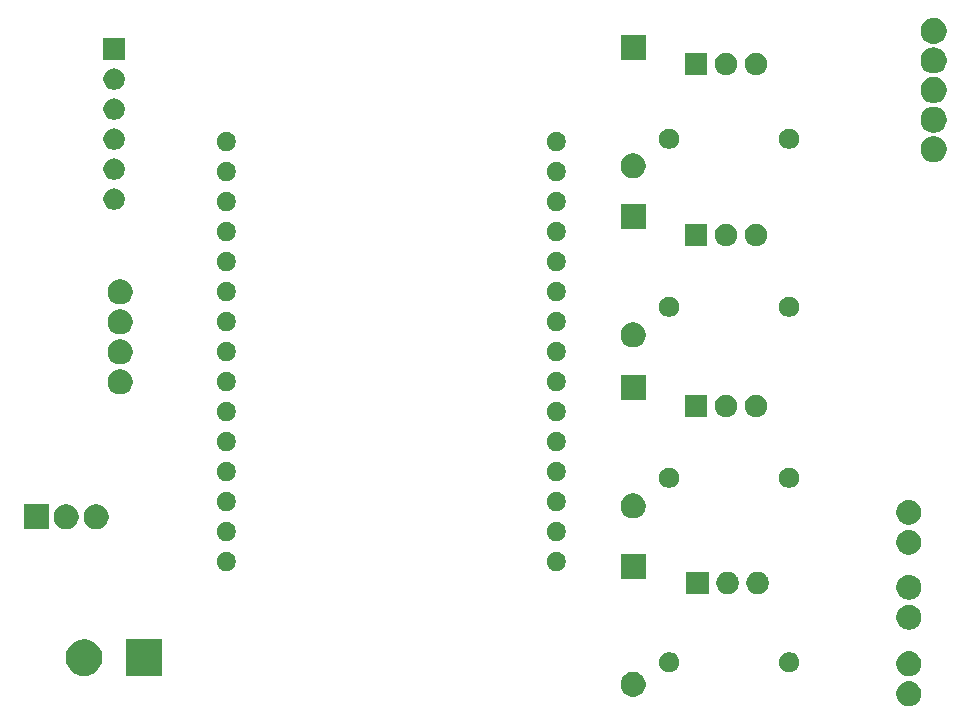
<source format=gbr>
G04 #@! TF.GenerationSoftware,KiCad,Pcbnew,(5.1.5)-3*
G04 #@! TF.CreationDate,2022-07-10T23:47:26+02:00*
G04 #@! TF.ProjectId,rgbw_12v_controller,72676277-5f31-4327-965f-636f6e74726f,rev?*
G04 #@! TF.SameCoordinates,Original*
G04 #@! TF.FileFunction,Soldermask,Bot*
G04 #@! TF.FilePolarity,Negative*
%FSLAX46Y46*%
G04 Gerber Fmt 4.6, Leading zero omitted, Abs format (unit mm)*
G04 Created by KiCad (PCBNEW (5.1.5)-3) date 2022-07-10 23:47:26*
%MOMM*%
%LPD*%
G04 APERTURE LIST*
%ADD10C,0.100000*%
G04 APERTURE END LIST*
D10*
G36*
X182575054Y-104871482D02*
G01*
X182643382Y-104885073D01*
X182739927Y-104925064D01*
X182836473Y-104965054D01*
X183010246Y-105081165D01*
X183158035Y-105228954D01*
X183274146Y-105402727D01*
X183354127Y-105595819D01*
X183394900Y-105800799D01*
X183394900Y-106009801D01*
X183354127Y-106214781D01*
X183274146Y-106407873D01*
X183158035Y-106581646D01*
X183010246Y-106729435D01*
X182836473Y-106845546D01*
X182739927Y-106885537D01*
X182643382Y-106925527D01*
X182575054Y-106939118D01*
X182438401Y-106966300D01*
X182229399Y-106966300D01*
X182092746Y-106939118D01*
X182024418Y-106925527D01*
X181927873Y-106885536D01*
X181831327Y-106845546D01*
X181657554Y-106729435D01*
X181509765Y-106581646D01*
X181393654Y-106407873D01*
X181313673Y-106214781D01*
X181272900Y-106009801D01*
X181272900Y-105800799D01*
X181313673Y-105595819D01*
X181393654Y-105402727D01*
X181509765Y-105228954D01*
X181657554Y-105081165D01*
X181831327Y-104965054D01*
X181927873Y-104925064D01*
X182024418Y-104885073D01*
X182092746Y-104871482D01*
X182229399Y-104844300D01*
X182438401Y-104844300D01*
X182575054Y-104871482D01*
G37*
G36*
X159310564Y-104112389D02*
G01*
X159496565Y-104189433D01*
X159501835Y-104191616D01*
X159580950Y-104244479D01*
X159673973Y-104306635D01*
X159820365Y-104453027D01*
X159935385Y-104625167D01*
X160014611Y-104816436D01*
X160055000Y-105019484D01*
X160055000Y-105226516D01*
X160014611Y-105429564D01*
X159945746Y-105595819D01*
X159935384Y-105620835D01*
X159820365Y-105792973D01*
X159673973Y-105939365D01*
X159501835Y-106054384D01*
X159501834Y-106054385D01*
X159501833Y-106054385D01*
X159310564Y-106133611D01*
X159107516Y-106174000D01*
X158900484Y-106174000D01*
X158697436Y-106133611D01*
X158506167Y-106054385D01*
X158506166Y-106054385D01*
X158506165Y-106054384D01*
X158334027Y-105939365D01*
X158187635Y-105792973D01*
X158072616Y-105620835D01*
X158062254Y-105595819D01*
X157993389Y-105429564D01*
X157953000Y-105226516D01*
X157953000Y-105019484D01*
X157993389Y-104816436D01*
X158072615Y-104625167D01*
X158187635Y-104453027D01*
X158334027Y-104306635D01*
X158427050Y-104244479D01*
X158506165Y-104191616D01*
X158511435Y-104189433D01*
X158697436Y-104112389D01*
X158900484Y-104072000D01*
X159107516Y-104072000D01*
X159310564Y-104112389D01*
G37*
G36*
X182575054Y-102331482D02*
G01*
X182643382Y-102345073D01*
X182739927Y-102385064D01*
X182836473Y-102425054D01*
X183010246Y-102541165D01*
X183158035Y-102688954D01*
X183274146Y-102862727D01*
X183354127Y-103055819D01*
X183394900Y-103260799D01*
X183394900Y-103469801D01*
X183354127Y-103674781D01*
X183274146Y-103867873D01*
X183158035Y-104041646D01*
X183010246Y-104189435D01*
X182836473Y-104305546D01*
X182739927Y-104345536D01*
X182643382Y-104385527D01*
X182575054Y-104399118D01*
X182438401Y-104426300D01*
X182229399Y-104426300D01*
X182092746Y-104399118D01*
X182024418Y-104385527D01*
X181927873Y-104345536D01*
X181831327Y-104305546D01*
X181657554Y-104189435D01*
X181509765Y-104041646D01*
X181393654Y-103867873D01*
X181313673Y-103674781D01*
X181272900Y-103469801D01*
X181272900Y-103260799D01*
X181313673Y-103055819D01*
X181393654Y-102862727D01*
X181509765Y-102688954D01*
X181657554Y-102541165D01*
X181831327Y-102425054D01*
X181927873Y-102385063D01*
X182024418Y-102345073D01*
X182092746Y-102331482D01*
X182229399Y-102304300D01*
X182438401Y-102304300D01*
X182575054Y-102331482D01*
G37*
G36*
X112824585Y-101348802D02*
G01*
X112974410Y-101378604D01*
X113256674Y-101495521D01*
X113510705Y-101665259D01*
X113726741Y-101881295D01*
X113896479Y-102135326D01*
X114013396Y-102417590D01*
X114029162Y-102496852D01*
X114073000Y-102717239D01*
X114073000Y-103022761D01*
X114066424Y-103055819D01*
X114013396Y-103322410D01*
X113896479Y-103604674D01*
X113726741Y-103858705D01*
X113510705Y-104074741D01*
X113256674Y-104244479D01*
X112974410Y-104361396D01*
X112853095Y-104385527D01*
X112674761Y-104421000D01*
X112369239Y-104421000D01*
X112190905Y-104385527D01*
X112069590Y-104361396D01*
X111787326Y-104244479D01*
X111533295Y-104074741D01*
X111317259Y-103858705D01*
X111147521Y-103604674D01*
X111030604Y-103322410D01*
X110977576Y-103055819D01*
X110971000Y-103022761D01*
X110971000Y-102717239D01*
X111014838Y-102496852D01*
X111030604Y-102417590D01*
X111147521Y-102135326D01*
X111317259Y-101881295D01*
X111533295Y-101665259D01*
X111787326Y-101495521D01*
X112069590Y-101378604D01*
X112219415Y-101348802D01*
X112369239Y-101319000D01*
X112674761Y-101319000D01*
X112824585Y-101348802D01*
G37*
G36*
X119153000Y-104421000D02*
G01*
X116051000Y-104421000D01*
X116051000Y-101319000D01*
X119153000Y-101319000D01*
X119153000Y-104421000D01*
G37*
G36*
X172460228Y-102432703D02*
G01*
X172615100Y-102496853D01*
X172754481Y-102589985D01*
X172873015Y-102708519D01*
X172966147Y-102847900D01*
X173030297Y-103002772D01*
X173063000Y-103167184D01*
X173063000Y-103334816D01*
X173030297Y-103499228D01*
X172966147Y-103654100D01*
X172873015Y-103793481D01*
X172754481Y-103912015D01*
X172615100Y-104005147D01*
X172460228Y-104069297D01*
X172295816Y-104102000D01*
X172128184Y-104102000D01*
X171963772Y-104069297D01*
X171808900Y-104005147D01*
X171669519Y-103912015D01*
X171550985Y-103793481D01*
X171457853Y-103654100D01*
X171393703Y-103499228D01*
X171361000Y-103334816D01*
X171361000Y-103167184D01*
X171393703Y-103002772D01*
X171457853Y-102847900D01*
X171550985Y-102708519D01*
X171669519Y-102589985D01*
X171808900Y-102496853D01*
X171963772Y-102432703D01*
X172128184Y-102400000D01*
X172295816Y-102400000D01*
X172460228Y-102432703D01*
G37*
G36*
X162300228Y-102432703D02*
G01*
X162455100Y-102496853D01*
X162594481Y-102589985D01*
X162713015Y-102708519D01*
X162806147Y-102847900D01*
X162870297Y-103002772D01*
X162903000Y-103167184D01*
X162903000Y-103334816D01*
X162870297Y-103499228D01*
X162806147Y-103654100D01*
X162713015Y-103793481D01*
X162594481Y-103912015D01*
X162455100Y-104005147D01*
X162300228Y-104069297D01*
X162135816Y-104102000D01*
X161968184Y-104102000D01*
X161803772Y-104069297D01*
X161648900Y-104005147D01*
X161509519Y-103912015D01*
X161390985Y-103793481D01*
X161297853Y-103654100D01*
X161233703Y-103499228D01*
X161201000Y-103334816D01*
X161201000Y-103167184D01*
X161233703Y-103002772D01*
X161297853Y-102847900D01*
X161390985Y-102708519D01*
X161509519Y-102589985D01*
X161648900Y-102496853D01*
X161803772Y-102432703D01*
X161968184Y-102400000D01*
X162135816Y-102400000D01*
X162300228Y-102432703D01*
G37*
G36*
X182587754Y-98407182D02*
G01*
X182656082Y-98420773D01*
X182752627Y-98460763D01*
X182849173Y-98500754D01*
X183022946Y-98616865D01*
X183170735Y-98764654D01*
X183286846Y-98938427D01*
X183366827Y-99131519D01*
X183407600Y-99336499D01*
X183407600Y-99545501D01*
X183366827Y-99750481D01*
X183286846Y-99943573D01*
X183170735Y-100117346D01*
X183022946Y-100265135D01*
X182849173Y-100381246D01*
X182752627Y-100421237D01*
X182656082Y-100461227D01*
X182587754Y-100474818D01*
X182451101Y-100502000D01*
X182242099Y-100502000D01*
X182105446Y-100474818D01*
X182037118Y-100461227D01*
X181940573Y-100421236D01*
X181844027Y-100381246D01*
X181670254Y-100265135D01*
X181522465Y-100117346D01*
X181406354Y-99943573D01*
X181326373Y-99750481D01*
X181285600Y-99545501D01*
X181285600Y-99336499D01*
X181326373Y-99131519D01*
X181406354Y-98938427D01*
X181522465Y-98764654D01*
X181670254Y-98616865D01*
X181844027Y-98500754D01*
X181940573Y-98460763D01*
X182037118Y-98420773D01*
X182105446Y-98407182D01*
X182242099Y-98380000D01*
X182451101Y-98380000D01*
X182587754Y-98407182D01*
G37*
G36*
X182587754Y-95867182D02*
G01*
X182656082Y-95880773D01*
X182735755Y-95913775D01*
X182849173Y-95960754D01*
X183022946Y-96076865D01*
X183170735Y-96224654D01*
X183286846Y-96398427D01*
X183366827Y-96591519D01*
X183407600Y-96796499D01*
X183407600Y-97005501D01*
X183366827Y-97210481D01*
X183286846Y-97403573D01*
X183170735Y-97577346D01*
X183022946Y-97725135D01*
X182849173Y-97841246D01*
X182752627Y-97881236D01*
X182656082Y-97921227D01*
X182587754Y-97934818D01*
X182451101Y-97962000D01*
X182242099Y-97962000D01*
X182105446Y-97934818D01*
X182037118Y-97921227D01*
X181940573Y-97881236D01*
X181844027Y-97841246D01*
X181670254Y-97725135D01*
X181522465Y-97577346D01*
X181406354Y-97403573D01*
X181326373Y-97210481D01*
X181285600Y-97005501D01*
X181285600Y-96796499D01*
X181326373Y-96591519D01*
X181406354Y-96398427D01*
X181522465Y-96224654D01*
X181670254Y-96076865D01*
X181844027Y-95960754D01*
X181957445Y-95913775D01*
X182037118Y-95880773D01*
X182105446Y-95867182D01*
X182242099Y-95840000D01*
X182451101Y-95840000D01*
X182587754Y-95867182D01*
G37*
G36*
X165416000Y-97471000D02*
G01*
X163514000Y-97471000D01*
X163514000Y-95569000D01*
X165416000Y-95569000D01*
X165416000Y-97471000D01*
G37*
G36*
X169822395Y-95605546D02*
G01*
X169995466Y-95677234D01*
X169995467Y-95677235D01*
X170151227Y-95781310D01*
X170283690Y-95913773D01*
X170336081Y-95992182D01*
X170387766Y-96069534D01*
X170459454Y-96242605D01*
X170496000Y-96426333D01*
X170496000Y-96613667D01*
X170459454Y-96797395D01*
X170387766Y-96970466D01*
X170364356Y-97005501D01*
X170283690Y-97126227D01*
X170151227Y-97258690D01*
X170072818Y-97311081D01*
X169995466Y-97362766D01*
X169822395Y-97434454D01*
X169638667Y-97471000D01*
X169451333Y-97471000D01*
X169267605Y-97434454D01*
X169094534Y-97362766D01*
X169017182Y-97311081D01*
X168938773Y-97258690D01*
X168806310Y-97126227D01*
X168725644Y-97005501D01*
X168702234Y-96970466D01*
X168630546Y-96797395D01*
X168594000Y-96613667D01*
X168594000Y-96426333D01*
X168630546Y-96242605D01*
X168702234Y-96069534D01*
X168753919Y-95992182D01*
X168806310Y-95913773D01*
X168938773Y-95781310D01*
X169094533Y-95677235D01*
X169094534Y-95677234D01*
X169267605Y-95605546D01*
X169451333Y-95569000D01*
X169638667Y-95569000D01*
X169822395Y-95605546D01*
G37*
G36*
X167282395Y-95605546D02*
G01*
X167455466Y-95677234D01*
X167455467Y-95677235D01*
X167611227Y-95781310D01*
X167743690Y-95913773D01*
X167796081Y-95992182D01*
X167847766Y-96069534D01*
X167919454Y-96242605D01*
X167956000Y-96426333D01*
X167956000Y-96613667D01*
X167919454Y-96797395D01*
X167847766Y-96970466D01*
X167824356Y-97005501D01*
X167743690Y-97126227D01*
X167611227Y-97258690D01*
X167532818Y-97311081D01*
X167455466Y-97362766D01*
X167282395Y-97434454D01*
X167098667Y-97471000D01*
X166911333Y-97471000D01*
X166727605Y-97434454D01*
X166554534Y-97362766D01*
X166477182Y-97311081D01*
X166398773Y-97258690D01*
X166266310Y-97126227D01*
X166185644Y-97005501D01*
X166162234Y-96970466D01*
X166090546Y-96797395D01*
X166054000Y-96613667D01*
X166054000Y-96426333D01*
X166090546Y-96242605D01*
X166162234Y-96069534D01*
X166213919Y-95992182D01*
X166266310Y-95913773D01*
X166398773Y-95781310D01*
X166554533Y-95677235D01*
X166554534Y-95677234D01*
X166727605Y-95605546D01*
X166911333Y-95569000D01*
X167098667Y-95569000D01*
X167282395Y-95605546D01*
G37*
G36*
X160055000Y-96174000D02*
G01*
X157953000Y-96174000D01*
X157953000Y-94072000D01*
X160055000Y-94072000D01*
X160055000Y-96174000D01*
G37*
G36*
X124782143Y-93928243D02*
G01*
X124930102Y-93989530D01*
X125063256Y-94078500D01*
X125176502Y-94191746D01*
X125265472Y-94324900D01*
X125326759Y-94472859D01*
X125358001Y-94629926D01*
X125358001Y-94790076D01*
X125326759Y-94947143D01*
X125265472Y-95095102D01*
X125176502Y-95228256D01*
X125063256Y-95341502D01*
X124930102Y-95430472D01*
X124782143Y-95491759D01*
X124625076Y-95523001D01*
X124464926Y-95523001D01*
X124307859Y-95491759D01*
X124159900Y-95430472D01*
X124026746Y-95341502D01*
X123913500Y-95228256D01*
X123824530Y-95095102D01*
X123763243Y-94947143D01*
X123732001Y-94790076D01*
X123732001Y-94629926D01*
X123763243Y-94472859D01*
X123824530Y-94324900D01*
X123913500Y-94191746D01*
X124026746Y-94078500D01*
X124159900Y-93989530D01*
X124307859Y-93928243D01*
X124464926Y-93897001D01*
X124625076Y-93897001D01*
X124782143Y-93928243D01*
G37*
G36*
X152722143Y-93928243D02*
G01*
X152870102Y-93989530D01*
X153003256Y-94078500D01*
X153116502Y-94191746D01*
X153205472Y-94324900D01*
X153266759Y-94472859D01*
X153298001Y-94629926D01*
X153298001Y-94790076D01*
X153266759Y-94947143D01*
X153205472Y-95095102D01*
X153116502Y-95228256D01*
X153003256Y-95341502D01*
X152870102Y-95430472D01*
X152722143Y-95491759D01*
X152565076Y-95523001D01*
X152404926Y-95523001D01*
X152247859Y-95491759D01*
X152099900Y-95430472D01*
X151966746Y-95341502D01*
X151853500Y-95228256D01*
X151764530Y-95095102D01*
X151703243Y-94947143D01*
X151672001Y-94790076D01*
X151672001Y-94629926D01*
X151703243Y-94472859D01*
X151764530Y-94324900D01*
X151853500Y-94191746D01*
X151966746Y-94078500D01*
X152099900Y-93989530D01*
X152247859Y-93928243D01*
X152404926Y-93897001D01*
X152565076Y-93897001D01*
X152722143Y-93928243D01*
G37*
G36*
X182575054Y-92057182D02*
G01*
X182643382Y-92070773D01*
X182739927Y-92110764D01*
X182836473Y-92150754D01*
X183010246Y-92266865D01*
X183158035Y-92414654D01*
X183274146Y-92588427D01*
X183274146Y-92588428D01*
X183354127Y-92781518D01*
X183358102Y-92801502D01*
X183394900Y-92986499D01*
X183394900Y-93195501D01*
X183354127Y-93400481D01*
X183274146Y-93593573D01*
X183158035Y-93767346D01*
X183010246Y-93915135D01*
X182836473Y-94031246D01*
X182739927Y-94071237D01*
X182643382Y-94111227D01*
X182575054Y-94124818D01*
X182438401Y-94152000D01*
X182229399Y-94152000D01*
X182092746Y-94124818D01*
X182024418Y-94111227D01*
X181927873Y-94071237D01*
X181831327Y-94031246D01*
X181657554Y-93915135D01*
X181509765Y-93767346D01*
X181393654Y-93593573D01*
X181313673Y-93400481D01*
X181272900Y-93195501D01*
X181272900Y-92986499D01*
X181309698Y-92801502D01*
X181313673Y-92781518D01*
X181393654Y-92588428D01*
X181393654Y-92588427D01*
X181509765Y-92414654D01*
X181657554Y-92266865D01*
X181831327Y-92150754D01*
X181927873Y-92110764D01*
X182024418Y-92070773D01*
X182092746Y-92057182D01*
X182229399Y-92030000D01*
X182438401Y-92030000D01*
X182575054Y-92057182D01*
G37*
G36*
X124782143Y-91388243D02*
G01*
X124930102Y-91449530D01*
X125063256Y-91538500D01*
X125176502Y-91651746D01*
X125265472Y-91784900D01*
X125326759Y-91932859D01*
X125358001Y-92089926D01*
X125358001Y-92250076D01*
X125326759Y-92407143D01*
X125265472Y-92555102D01*
X125176502Y-92688256D01*
X125063256Y-92801502D01*
X124930102Y-92890472D01*
X124782143Y-92951759D01*
X124625076Y-92983001D01*
X124464926Y-92983001D01*
X124307859Y-92951759D01*
X124159900Y-92890472D01*
X124026746Y-92801502D01*
X123913500Y-92688256D01*
X123824530Y-92555102D01*
X123763243Y-92407143D01*
X123732001Y-92250076D01*
X123732001Y-92089926D01*
X123763243Y-91932859D01*
X123824530Y-91784900D01*
X123913500Y-91651746D01*
X124026746Y-91538500D01*
X124159900Y-91449530D01*
X124307859Y-91388243D01*
X124464926Y-91357001D01*
X124625076Y-91357001D01*
X124782143Y-91388243D01*
G37*
G36*
X152722143Y-91388243D02*
G01*
X152870102Y-91449530D01*
X153003256Y-91538500D01*
X153116502Y-91651746D01*
X153205472Y-91784900D01*
X153266759Y-91932859D01*
X153298001Y-92089926D01*
X153298001Y-92250076D01*
X153266759Y-92407143D01*
X153205472Y-92555102D01*
X153116502Y-92688256D01*
X153003256Y-92801502D01*
X152870102Y-92890472D01*
X152722143Y-92951759D01*
X152565076Y-92983001D01*
X152404926Y-92983001D01*
X152247859Y-92951759D01*
X152099900Y-92890472D01*
X151966746Y-92801502D01*
X151853500Y-92688256D01*
X151764530Y-92555102D01*
X151703243Y-92407143D01*
X151672001Y-92250076D01*
X151672001Y-92089926D01*
X151703243Y-91932859D01*
X151764530Y-91784900D01*
X151853500Y-91651746D01*
X151966746Y-91538500D01*
X152099900Y-91449530D01*
X152247859Y-91388243D01*
X152404926Y-91357001D01*
X152565076Y-91357001D01*
X152722143Y-91388243D01*
G37*
G36*
X109509000Y-91983000D02*
G01*
X107407000Y-91983000D01*
X107407000Y-89881000D01*
X109509000Y-89881000D01*
X109509000Y-91983000D01*
G37*
G36*
X111304564Y-89921389D02*
G01*
X111495833Y-90000615D01*
X111495835Y-90000616D01*
X111667973Y-90115635D01*
X111814365Y-90262027D01*
X111914413Y-90411759D01*
X111929385Y-90434167D01*
X112008611Y-90625436D01*
X112049000Y-90828484D01*
X112049000Y-91035516D01*
X112008611Y-91238564D01*
X111929385Y-91429833D01*
X111929384Y-91429835D01*
X111814365Y-91601973D01*
X111667973Y-91748365D01*
X111495835Y-91863384D01*
X111495834Y-91863385D01*
X111495833Y-91863385D01*
X111304564Y-91942611D01*
X111101516Y-91983000D01*
X110894484Y-91983000D01*
X110691436Y-91942611D01*
X110500167Y-91863385D01*
X110500166Y-91863385D01*
X110500165Y-91863384D01*
X110328027Y-91748365D01*
X110181635Y-91601973D01*
X110066616Y-91429835D01*
X110066615Y-91429833D01*
X109987389Y-91238564D01*
X109947000Y-91035516D01*
X109947000Y-90828484D01*
X109987389Y-90625436D01*
X110066615Y-90434167D01*
X110081588Y-90411759D01*
X110181635Y-90262027D01*
X110328027Y-90115635D01*
X110500165Y-90000616D01*
X110500167Y-90000615D01*
X110691436Y-89921389D01*
X110894484Y-89881000D01*
X111101516Y-89881000D01*
X111304564Y-89921389D01*
G37*
G36*
X113844564Y-89921389D02*
G01*
X114035833Y-90000615D01*
X114035835Y-90000616D01*
X114207973Y-90115635D01*
X114354365Y-90262027D01*
X114454413Y-90411759D01*
X114469385Y-90434167D01*
X114548611Y-90625436D01*
X114589000Y-90828484D01*
X114589000Y-91035516D01*
X114548611Y-91238564D01*
X114469385Y-91429833D01*
X114469384Y-91429835D01*
X114354365Y-91601973D01*
X114207973Y-91748365D01*
X114035835Y-91863384D01*
X114035834Y-91863385D01*
X114035833Y-91863385D01*
X113844564Y-91942611D01*
X113641516Y-91983000D01*
X113434484Y-91983000D01*
X113231436Y-91942611D01*
X113040167Y-91863385D01*
X113040166Y-91863385D01*
X113040165Y-91863384D01*
X112868027Y-91748365D01*
X112721635Y-91601973D01*
X112606616Y-91429835D01*
X112606615Y-91429833D01*
X112527389Y-91238564D01*
X112487000Y-91035516D01*
X112487000Y-90828484D01*
X112527389Y-90625436D01*
X112606615Y-90434167D01*
X112621588Y-90411759D01*
X112721635Y-90262027D01*
X112868027Y-90115635D01*
X113040165Y-90000616D01*
X113040167Y-90000615D01*
X113231436Y-89921389D01*
X113434484Y-89881000D01*
X113641516Y-89881000D01*
X113844564Y-89921389D01*
G37*
G36*
X182549832Y-89512165D02*
G01*
X182643382Y-89530773D01*
X182739927Y-89570764D01*
X182836473Y-89610754D01*
X183010246Y-89726865D01*
X183158035Y-89874654D01*
X183274146Y-90048427D01*
X183274146Y-90048428D01*
X183354127Y-90241518D01*
X183358102Y-90261502D01*
X183394900Y-90446499D01*
X183394900Y-90655501D01*
X183354127Y-90860481D01*
X183274146Y-91053573D01*
X183158035Y-91227346D01*
X183010246Y-91375135D01*
X182836473Y-91491246D01*
X182739927Y-91531236D01*
X182643382Y-91571227D01*
X182575054Y-91584818D01*
X182438401Y-91612000D01*
X182229399Y-91612000D01*
X182092746Y-91584818D01*
X182024418Y-91571227D01*
X181927873Y-91531236D01*
X181831327Y-91491246D01*
X181657554Y-91375135D01*
X181509765Y-91227346D01*
X181393654Y-91053573D01*
X181313673Y-90860481D01*
X181272900Y-90655501D01*
X181272900Y-90446499D01*
X181309698Y-90261502D01*
X181313673Y-90241518D01*
X181393654Y-90048428D01*
X181393654Y-90048427D01*
X181509765Y-89874654D01*
X181657554Y-89726865D01*
X181831327Y-89610754D01*
X181927873Y-89570764D01*
X182024418Y-89530773D01*
X182117968Y-89512165D01*
X182229399Y-89490000D01*
X182438401Y-89490000D01*
X182549832Y-89512165D01*
G37*
G36*
X159310564Y-88999389D02*
G01*
X159501833Y-89078615D01*
X159501835Y-89078616D01*
X159673973Y-89193635D01*
X159820365Y-89340027D01*
X159855666Y-89392858D01*
X159935385Y-89512167D01*
X160014611Y-89703436D01*
X160055000Y-89906484D01*
X160055000Y-90113516D01*
X160014611Y-90316564D01*
X159975180Y-90411758D01*
X159935384Y-90507835D01*
X159820365Y-90679973D01*
X159673973Y-90826365D01*
X159501835Y-90941384D01*
X159501834Y-90941385D01*
X159501833Y-90941385D01*
X159310564Y-91020611D01*
X159107516Y-91061000D01*
X158900484Y-91061000D01*
X158697436Y-91020611D01*
X158506167Y-90941385D01*
X158506166Y-90941385D01*
X158506165Y-90941384D01*
X158334027Y-90826365D01*
X158187635Y-90679973D01*
X158072616Y-90507835D01*
X158032820Y-90411758D01*
X157993389Y-90316564D01*
X157953000Y-90113516D01*
X157953000Y-89906484D01*
X157993389Y-89703436D01*
X158072615Y-89512167D01*
X158152335Y-89392858D01*
X158187635Y-89340027D01*
X158334027Y-89193635D01*
X158506165Y-89078616D01*
X158506167Y-89078615D01*
X158697436Y-88999389D01*
X158900484Y-88959000D01*
X159107516Y-88959000D01*
X159310564Y-88999389D01*
G37*
G36*
X124782143Y-88848243D02*
G01*
X124930102Y-88909530D01*
X125063256Y-88998500D01*
X125176502Y-89111746D01*
X125265472Y-89244900D01*
X125326759Y-89392859D01*
X125358001Y-89549926D01*
X125358001Y-89710076D01*
X125326759Y-89867143D01*
X125265472Y-90015102D01*
X125176502Y-90148256D01*
X125063256Y-90261502D01*
X124930102Y-90350472D01*
X124782143Y-90411759D01*
X124625076Y-90443001D01*
X124464926Y-90443001D01*
X124307859Y-90411759D01*
X124159900Y-90350472D01*
X124026746Y-90261502D01*
X123913500Y-90148256D01*
X123824530Y-90015102D01*
X123763243Y-89867143D01*
X123732001Y-89710076D01*
X123732001Y-89549926D01*
X123763243Y-89392859D01*
X123824530Y-89244900D01*
X123913500Y-89111746D01*
X124026746Y-88998500D01*
X124159900Y-88909530D01*
X124307859Y-88848243D01*
X124464926Y-88817001D01*
X124625076Y-88817001D01*
X124782143Y-88848243D01*
G37*
G36*
X152722143Y-88848243D02*
G01*
X152870102Y-88909530D01*
X153003256Y-88998500D01*
X153116502Y-89111746D01*
X153205472Y-89244900D01*
X153266759Y-89392859D01*
X153298001Y-89549926D01*
X153298001Y-89710076D01*
X153266759Y-89867143D01*
X153205472Y-90015102D01*
X153116502Y-90148256D01*
X153003256Y-90261502D01*
X152870102Y-90350472D01*
X152722143Y-90411759D01*
X152565076Y-90443001D01*
X152404926Y-90443001D01*
X152247859Y-90411759D01*
X152099900Y-90350472D01*
X151966746Y-90261502D01*
X151853500Y-90148256D01*
X151764530Y-90015102D01*
X151703243Y-89867143D01*
X151672001Y-89710076D01*
X151672001Y-89549926D01*
X151703243Y-89392859D01*
X151764530Y-89244900D01*
X151853500Y-89111746D01*
X151966746Y-88998500D01*
X152099900Y-88909530D01*
X152247859Y-88848243D01*
X152404926Y-88817001D01*
X152565076Y-88817001D01*
X152722143Y-88848243D01*
G37*
G36*
X172460228Y-86811703D02*
G01*
X172615100Y-86875853D01*
X172754481Y-86968985D01*
X172873015Y-87087519D01*
X172966147Y-87226900D01*
X173030297Y-87381772D01*
X173063000Y-87546184D01*
X173063000Y-87713816D01*
X173030297Y-87878228D01*
X172966147Y-88033100D01*
X172873015Y-88172481D01*
X172754481Y-88291015D01*
X172615100Y-88384147D01*
X172460228Y-88448297D01*
X172295816Y-88481000D01*
X172128184Y-88481000D01*
X171963772Y-88448297D01*
X171808900Y-88384147D01*
X171669519Y-88291015D01*
X171550985Y-88172481D01*
X171457853Y-88033100D01*
X171393703Y-87878228D01*
X171361000Y-87713816D01*
X171361000Y-87546184D01*
X171393703Y-87381772D01*
X171457853Y-87226900D01*
X171550985Y-87087519D01*
X171669519Y-86968985D01*
X171808900Y-86875853D01*
X171963772Y-86811703D01*
X172128184Y-86779000D01*
X172295816Y-86779000D01*
X172460228Y-86811703D01*
G37*
G36*
X162300228Y-86811703D02*
G01*
X162455100Y-86875853D01*
X162594481Y-86968985D01*
X162713015Y-87087519D01*
X162806147Y-87226900D01*
X162870297Y-87381772D01*
X162903000Y-87546184D01*
X162903000Y-87713816D01*
X162870297Y-87878228D01*
X162806147Y-88033100D01*
X162713015Y-88172481D01*
X162594481Y-88291015D01*
X162455100Y-88384147D01*
X162300228Y-88448297D01*
X162135816Y-88481000D01*
X161968184Y-88481000D01*
X161803772Y-88448297D01*
X161648900Y-88384147D01*
X161509519Y-88291015D01*
X161390985Y-88172481D01*
X161297853Y-88033100D01*
X161233703Y-87878228D01*
X161201000Y-87713816D01*
X161201000Y-87546184D01*
X161233703Y-87381772D01*
X161297853Y-87226900D01*
X161390985Y-87087519D01*
X161509519Y-86968985D01*
X161648900Y-86875853D01*
X161803772Y-86811703D01*
X161968184Y-86779000D01*
X162135816Y-86779000D01*
X162300228Y-86811703D01*
G37*
G36*
X152722143Y-86308243D02*
G01*
X152870102Y-86369530D01*
X153003256Y-86458500D01*
X153116502Y-86571746D01*
X153205472Y-86704900D01*
X153266759Y-86852859D01*
X153298001Y-87009926D01*
X153298001Y-87170076D01*
X153266759Y-87327143D01*
X153205472Y-87475102D01*
X153116502Y-87608256D01*
X153003256Y-87721502D01*
X152870102Y-87810472D01*
X152722143Y-87871759D01*
X152565076Y-87903001D01*
X152404926Y-87903001D01*
X152247859Y-87871759D01*
X152099900Y-87810472D01*
X151966746Y-87721502D01*
X151853500Y-87608256D01*
X151764530Y-87475102D01*
X151703243Y-87327143D01*
X151672001Y-87170076D01*
X151672001Y-87009926D01*
X151703243Y-86852859D01*
X151764530Y-86704900D01*
X151853500Y-86571746D01*
X151966746Y-86458500D01*
X152099900Y-86369530D01*
X152247859Y-86308243D01*
X152404926Y-86277001D01*
X152565076Y-86277001D01*
X152722143Y-86308243D01*
G37*
G36*
X124782143Y-86308243D02*
G01*
X124930102Y-86369530D01*
X125063256Y-86458500D01*
X125176502Y-86571746D01*
X125265472Y-86704900D01*
X125326759Y-86852859D01*
X125358001Y-87009926D01*
X125358001Y-87170076D01*
X125326759Y-87327143D01*
X125265472Y-87475102D01*
X125176502Y-87608256D01*
X125063256Y-87721502D01*
X124930102Y-87810472D01*
X124782143Y-87871759D01*
X124625076Y-87903001D01*
X124464926Y-87903001D01*
X124307859Y-87871759D01*
X124159900Y-87810472D01*
X124026746Y-87721502D01*
X123913500Y-87608256D01*
X123824530Y-87475102D01*
X123763243Y-87327143D01*
X123732001Y-87170076D01*
X123732001Y-87009926D01*
X123763243Y-86852859D01*
X123824530Y-86704900D01*
X123913500Y-86571746D01*
X124026746Y-86458500D01*
X124159900Y-86369530D01*
X124307859Y-86308243D01*
X124464926Y-86277001D01*
X124625076Y-86277001D01*
X124782143Y-86308243D01*
G37*
G36*
X124782143Y-83768243D02*
G01*
X124930102Y-83829530D01*
X125063256Y-83918500D01*
X125176502Y-84031746D01*
X125265472Y-84164900D01*
X125326759Y-84312859D01*
X125358001Y-84469926D01*
X125358001Y-84630076D01*
X125326759Y-84787143D01*
X125265472Y-84935102D01*
X125176502Y-85068256D01*
X125063256Y-85181502D01*
X124930102Y-85270472D01*
X124782143Y-85331759D01*
X124625076Y-85363001D01*
X124464926Y-85363001D01*
X124307859Y-85331759D01*
X124159900Y-85270472D01*
X124026746Y-85181502D01*
X123913500Y-85068256D01*
X123824530Y-84935102D01*
X123763243Y-84787143D01*
X123732001Y-84630076D01*
X123732001Y-84469926D01*
X123763243Y-84312859D01*
X123824530Y-84164900D01*
X123913500Y-84031746D01*
X124026746Y-83918500D01*
X124159900Y-83829530D01*
X124307859Y-83768243D01*
X124464926Y-83737001D01*
X124625076Y-83737001D01*
X124782143Y-83768243D01*
G37*
G36*
X152722143Y-83768243D02*
G01*
X152870102Y-83829530D01*
X153003256Y-83918500D01*
X153116502Y-84031746D01*
X153205472Y-84164900D01*
X153266759Y-84312859D01*
X153298001Y-84469926D01*
X153298001Y-84630076D01*
X153266759Y-84787143D01*
X153205472Y-84935102D01*
X153116502Y-85068256D01*
X153003256Y-85181502D01*
X152870102Y-85270472D01*
X152722143Y-85331759D01*
X152565076Y-85363001D01*
X152404926Y-85363001D01*
X152247859Y-85331759D01*
X152099900Y-85270472D01*
X151966746Y-85181502D01*
X151853500Y-85068256D01*
X151764530Y-84935102D01*
X151703243Y-84787143D01*
X151672001Y-84630076D01*
X151672001Y-84469926D01*
X151703243Y-84312859D01*
X151764530Y-84164900D01*
X151853500Y-84031746D01*
X151966746Y-83918500D01*
X152099900Y-83829530D01*
X152247859Y-83768243D01*
X152404926Y-83737001D01*
X152565076Y-83737001D01*
X152722143Y-83768243D01*
G37*
G36*
X124782143Y-81228243D02*
G01*
X124930102Y-81289530D01*
X125063256Y-81378500D01*
X125176502Y-81491746D01*
X125265472Y-81624900D01*
X125326759Y-81772859D01*
X125358001Y-81929926D01*
X125358001Y-82090076D01*
X125326759Y-82247143D01*
X125265472Y-82395102D01*
X125176502Y-82528256D01*
X125063256Y-82641502D01*
X124930102Y-82730472D01*
X124782143Y-82791759D01*
X124625076Y-82823001D01*
X124464926Y-82823001D01*
X124307859Y-82791759D01*
X124159900Y-82730472D01*
X124026746Y-82641502D01*
X123913500Y-82528256D01*
X123824530Y-82395102D01*
X123763243Y-82247143D01*
X123732001Y-82090076D01*
X123732001Y-81929926D01*
X123763243Y-81772859D01*
X123824530Y-81624900D01*
X123913500Y-81491746D01*
X124026746Y-81378500D01*
X124159900Y-81289530D01*
X124307859Y-81228243D01*
X124464926Y-81197001D01*
X124625076Y-81197001D01*
X124782143Y-81228243D01*
G37*
G36*
X152722143Y-81228243D02*
G01*
X152870102Y-81289530D01*
X153003256Y-81378500D01*
X153116502Y-81491746D01*
X153205472Y-81624900D01*
X153266759Y-81772859D01*
X153298001Y-81929926D01*
X153298001Y-82090076D01*
X153266759Y-82247143D01*
X153205472Y-82395102D01*
X153116502Y-82528256D01*
X153003256Y-82641502D01*
X152870102Y-82730472D01*
X152722143Y-82791759D01*
X152565076Y-82823001D01*
X152404926Y-82823001D01*
X152247859Y-82791759D01*
X152099900Y-82730472D01*
X151966746Y-82641502D01*
X151853500Y-82528256D01*
X151764530Y-82395102D01*
X151703243Y-82247143D01*
X151672001Y-82090076D01*
X151672001Y-81929926D01*
X151703243Y-81772859D01*
X151764530Y-81624900D01*
X151853500Y-81491746D01*
X151966746Y-81378500D01*
X152099900Y-81289530D01*
X152247859Y-81228243D01*
X152404926Y-81197001D01*
X152565076Y-81197001D01*
X152722143Y-81228243D01*
G37*
G36*
X169695395Y-80619546D02*
G01*
X169868466Y-80691234D01*
X169868467Y-80691235D01*
X170024227Y-80795310D01*
X170156690Y-80927773D01*
X170156691Y-80927775D01*
X170260766Y-81083534D01*
X170332454Y-81256605D01*
X170369000Y-81440333D01*
X170369000Y-81627667D01*
X170332454Y-81811395D01*
X170260766Y-81984466D01*
X170260765Y-81984467D01*
X170156690Y-82140227D01*
X170024227Y-82272690D01*
X169945818Y-82325081D01*
X169868466Y-82376766D01*
X169695395Y-82448454D01*
X169511667Y-82485000D01*
X169324333Y-82485000D01*
X169140605Y-82448454D01*
X168967534Y-82376766D01*
X168890182Y-82325081D01*
X168811773Y-82272690D01*
X168679310Y-82140227D01*
X168575235Y-81984467D01*
X168575234Y-81984466D01*
X168503546Y-81811395D01*
X168467000Y-81627667D01*
X168467000Y-81440333D01*
X168503546Y-81256605D01*
X168575234Y-81083534D01*
X168679309Y-80927775D01*
X168679310Y-80927773D01*
X168811773Y-80795310D01*
X168967533Y-80691235D01*
X168967534Y-80691234D01*
X169140605Y-80619546D01*
X169324333Y-80583000D01*
X169511667Y-80583000D01*
X169695395Y-80619546D01*
G37*
G36*
X167155395Y-80619546D02*
G01*
X167328466Y-80691234D01*
X167328467Y-80691235D01*
X167484227Y-80795310D01*
X167616690Y-80927773D01*
X167616691Y-80927775D01*
X167720766Y-81083534D01*
X167792454Y-81256605D01*
X167829000Y-81440333D01*
X167829000Y-81627667D01*
X167792454Y-81811395D01*
X167720766Y-81984466D01*
X167720765Y-81984467D01*
X167616690Y-82140227D01*
X167484227Y-82272690D01*
X167405818Y-82325081D01*
X167328466Y-82376766D01*
X167155395Y-82448454D01*
X166971667Y-82485000D01*
X166784333Y-82485000D01*
X166600605Y-82448454D01*
X166427534Y-82376766D01*
X166350182Y-82325081D01*
X166271773Y-82272690D01*
X166139310Y-82140227D01*
X166035235Y-81984467D01*
X166035234Y-81984466D01*
X165963546Y-81811395D01*
X165927000Y-81627667D01*
X165927000Y-81440333D01*
X165963546Y-81256605D01*
X166035234Y-81083534D01*
X166139309Y-80927775D01*
X166139310Y-80927773D01*
X166271773Y-80795310D01*
X166427533Y-80691235D01*
X166427534Y-80691234D01*
X166600605Y-80619546D01*
X166784333Y-80583000D01*
X166971667Y-80583000D01*
X167155395Y-80619546D01*
G37*
G36*
X165289000Y-82485000D02*
G01*
X163387000Y-82485000D01*
X163387000Y-80583000D01*
X165289000Y-80583000D01*
X165289000Y-82485000D01*
G37*
G36*
X160055000Y-81061000D02*
G01*
X157953000Y-81061000D01*
X157953000Y-78959000D01*
X160055000Y-78959000D01*
X160055000Y-81061000D01*
G37*
G36*
X115811154Y-78468182D02*
G01*
X115879482Y-78481773D01*
X115976027Y-78521763D01*
X116072573Y-78561754D01*
X116246346Y-78677865D01*
X116394135Y-78825654D01*
X116510246Y-78999427D01*
X116590227Y-79192519D01*
X116631000Y-79397499D01*
X116631000Y-79606501D01*
X116590227Y-79811481D01*
X116510246Y-80004573D01*
X116394135Y-80178346D01*
X116246346Y-80326135D01*
X116072573Y-80442246D01*
X115976027Y-80482236D01*
X115879482Y-80522227D01*
X115811154Y-80535818D01*
X115674501Y-80563000D01*
X115465499Y-80563000D01*
X115328846Y-80535818D01*
X115260518Y-80522227D01*
X115163973Y-80482236D01*
X115067427Y-80442246D01*
X114893654Y-80326135D01*
X114745865Y-80178346D01*
X114629754Y-80004573D01*
X114549773Y-79811481D01*
X114509000Y-79606501D01*
X114509000Y-79397499D01*
X114549773Y-79192519D01*
X114629754Y-78999427D01*
X114745865Y-78825654D01*
X114893654Y-78677865D01*
X115067427Y-78561754D01*
X115163973Y-78521763D01*
X115260518Y-78481773D01*
X115328846Y-78468182D01*
X115465499Y-78441000D01*
X115674501Y-78441000D01*
X115811154Y-78468182D01*
G37*
G36*
X124782143Y-78688243D02*
G01*
X124930102Y-78749530D01*
X125063256Y-78838500D01*
X125176502Y-78951746D01*
X125265472Y-79084900D01*
X125326759Y-79232859D01*
X125358001Y-79389926D01*
X125358001Y-79550076D01*
X125326759Y-79707143D01*
X125265472Y-79855102D01*
X125176502Y-79988256D01*
X125063256Y-80101502D01*
X124930102Y-80190472D01*
X124782143Y-80251759D01*
X124625076Y-80283001D01*
X124464926Y-80283001D01*
X124307859Y-80251759D01*
X124159900Y-80190472D01*
X124026746Y-80101502D01*
X123913500Y-79988256D01*
X123824530Y-79855102D01*
X123763243Y-79707143D01*
X123732001Y-79550076D01*
X123732001Y-79389926D01*
X123763243Y-79232859D01*
X123824530Y-79084900D01*
X123913500Y-78951746D01*
X124026746Y-78838500D01*
X124159900Y-78749530D01*
X124307859Y-78688243D01*
X124464926Y-78657001D01*
X124625076Y-78657001D01*
X124782143Y-78688243D01*
G37*
G36*
X152722143Y-78688243D02*
G01*
X152870102Y-78749530D01*
X153003256Y-78838500D01*
X153116502Y-78951746D01*
X153205472Y-79084900D01*
X153266759Y-79232859D01*
X153298001Y-79389926D01*
X153298001Y-79550076D01*
X153266759Y-79707143D01*
X153205472Y-79855102D01*
X153116502Y-79988256D01*
X153003256Y-80101502D01*
X152870102Y-80190472D01*
X152722143Y-80251759D01*
X152565076Y-80283001D01*
X152404926Y-80283001D01*
X152247859Y-80251759D01*
X152099900Y-80190472D01*
X151966746Y-80101502D01*
X151853500Y-79988256D01*
X151764530Y-79855102D01*
X151703243Y-79707143D01*
X151672001Y-79550076D01*
X151672001Y-79389926D01*
X151703243Y-79232859D01*
X151764530Y-79084900D01*
X151853500Y-78951746D01*
X151966746Y-78838500D01*
X152099900Y-78749530D01*
X152247859Y-78688243D01*
X152404926Y-78657001D01*
X152565076Y-78657001D01*
X152722143Y-78688243D01*
G37*
G36*
X115811154Y-75928182D02*
G01*
X115879482Y-75941773D01*
X115976027Y-75981764D01*
X116072573Y-76021754D01*
X116246346Y-76137865D01*
X116394135Y-76285654D01*
X116510246Y-76459427D01*
X116510246Y-76459428D01*
X116561432Y-76583000D01*
X116590227Y-76652519D01*
X116631000Y-76857499D01*
X116631000Y-77066501D01*
X116590227Y-77271481D01*
X116510246Y-77464573D01*
X116394135Y-77638346D01*
X116246346Y-77786135D01*
X116072573Y-77902246D01*
X115976027Y-77942236D01*
X115879482Y-77982227D01*
X115811154Y-77995818D01*
X115674501Y-78023000D01*
X115465499Y-78023000D01*
X115328846Y-77995818D01*
X115260518Y-77982227D01*
X115163973Y-77942236D01*
X115067427Y-77902246D01*
X114893654Y-77786135D01*
X114745865Y-77638346D01*
X114629754Y-77464573D01*
X114549773Y-77271481D01*
X114509000Y-77066501D01*
X114509000Y-76857499D01*
X114549773Y-76652519D01*
X114578569Y-76583000D01*
X114629754Y-76459428D01*
X114629754Y-76459427D01*
X114745865Y-76285654D01*
X114893654Y-76137865D01*
X115067427Y-76021754D01*
X115163973Y-75981764D01*
X115260518Y-75941773D01*
X115328846Y-75928182D01*
X115465499Y-75901000D01*
X115674501Y-75901000D01*
X115811154Y-75928182D01*
G37*
G36*
X124782143Y-76148243D02*
G01*
X124930102Y-76209530D01*
X125063256Y-76298500D01*
X125176502Y-76411746D01*
X125265472Y-76544900D01*
X125326759Y-76692859D01*
X125358001Y-76849926D01*
X125358001Y-77010076D01*
X125326759Y-77167143D01*
X125265472Y-77315102D01*
X125176502Y-77448256D01*
X125063256Y-77561502D01*
X124930102Y-77650472D01*
X124782143Y-77711759D01*
X124625076Y-77743001D01*
X124464926Y-77743001D01*
X124307859Y-77711759D01*
X124159900Y-77650472D01*
X124026746Y-77561502D01*
X123913500Y-77448256D01*
X123824530Y-77315102D01*
X123763243Y-77167143D01*
X123732001Y-77010076D01*
X123732001Y-76849926D01*
X123763243Y-76692859D01*
X123824530Y-76544900D01*
X123913500Y-76411746D01*
X124026746Y-76298500D01*
X124159900Y-76209530D01*
X124307859Y-76148243D01*
X124464926Y-76117001D01*
X124625076Y-76117001D01*
X124782143Y-76148243D01*
G37*
G36*
X152722143Y-76148243D02*
G01*
X152870102Y-76209530D01*
X153003256Y-76298500D01*
X153116502Y-76411746D01*
X153205472Y-76544900D01*
X153266759Y-76692859D01*
X153298001Y-76849926D01*
X153298001Y-77010076D01*
X153266759Y-77167143D01*
X153205472Y-77315102D01*
X153116502Y-77448256D01*
X153003256Y-77561502D01*
X152870102Y-77650472D01*
X152722143Y-77711759D01*
X152565076Y-77743001D01*
X152404926Y-77743001D01*
X152247859Y-77711759D01*
X152099900Y-77650472D01*
X151966746Y-77561502D01*
X151853500Y-77448256D01*
X151764530Y-77315102D01*
X151703243Y-77167143D01*
X151672001Y-77010076D01*
X151672001Y-76849926D01*
X151703243Y-76692859D01*
X151764530Y-76544900D01*
X151853500Y-76411746D01*
X151966746Y-76298500D01*
X152099900Y-76209530D01*
X152247859Y-76148243D01*
X152404926Y-76117001D01*
X152565076Y-76117001D01*
X152722143Y-76148243D01*
G37*
G36*
X159310564Y-74521389D02*
G01*
X159501833Y-74600615D01*
X159501835Y-74600616D01*
X159673973Y-74715635D01*
X159820365Y-74862027D01*
X159926922Y-75021500D01*
X159935385Y-75034167D01*
X160014611Y-75225436D01*
X160055000Y-75428484D01*
X160055000Y-75635516D01*
X160014611Y-75838564D01*
X159938731Y-76021754D01*
X159935384Y-76029835D01*
X159820365Y-76201973D01*
X159673973Y-76348365D01*
X159501835Y-76463384D01*
X159501834Y-76463385D01*
X159501833Y-76463385D01*
X159310564Y-76542611D01*
X159107516Y-76583000D01*
X158900484Y-76583000D01*
X158697436Y-76542611D01*
X158506167Y-76463385D01*
X158506166Y-76463385D01*
X158506165Y-76463384D01*
X158334027Y-76348365D01*
X158187635Y-76201973D01*
X158072616Y-76029835D01*
X158069269Y-76021754D01*
X157993389Y-75838564D01*
X157953000Y-75635516D01*
X157953000Y-75428484D01*
X157993389Y-75225436D01*
X158072615Y-75034167D01*
X158081079Y-75021500D01*
X158187635Y-74862027D01*
X158334027Y-74715635D01*
X158506165Y-74600616D01*
X158506167Y-74600615D01*
X158697436Y-74521389D01*
X158900484Y-74481000D01*
X159107516Y-74481000D01*
X159310564Y-74521389D01*
G37*
G36*
X115811154Y-73388182D02*
G01*
X115879482Y-73401773D01*
X115976027Y-73441764D01*
X116072573Y-73481754D01*
X116246346Y-73597865D01*
X116394135Y-73745654D01*
X116510246Y-73919427D01*
X116590227Y-74112519D01*
X116631000Y-74317499D01*
X116631000Y-74526501D01*
X116590227Y-74731481D01*
X116510246Y-74924573D01*
X116394135Y-75098346D01*
X116246346Y-75246135D01*
X116072573Y-75362246D01*
X115976027Y-75402236D01*
X115879482Y-75442227D01*
X115811154Y-75455818D01*
X115674501Y-75483000D01*
X115465499Y-75483000D01*
X115328846Y-75455818D01*
X115260518Y-75442227D01*
X115163973Y-75402236D01*
X115067427Y-75362246D01*
X114893654Y-75246135D01*
X114745865Y-75098346D01*
X114629754Y-74924573D01*
X114549773Y-74731481D01*
X114509000Y-74526501D01*
X114509000Y-74317499D01*
X114549773Y-74112519D01*
X114629754Y-73919427D01*
X114745865Y-73745654D01*
X114893654Y-73597865D01*
X115067427Y-73481754D01*
X115163973Y-73441764D01*
X115260518Y-73401773D01*
X115328846Y-73388182D01*
X115465499Y-73361000D01*
X115674501Y-73361000D01*
X115811154Y-73388182D01*
G37*
G36*
X152722143Y-73608243D02*
G01*
X152870102Y-73669530D01*
X153003256Y-73758500D01*
X153116502Y-73871746D01*
X153205472Y-74004900D01*
X153266759Y-74152859D01*
X153298001Y-74309926D01*
X153298001Y-74470076D01*
X153266759Y-74627143D01*
X153205472Y-74775102D01*
X153116502Y-74908256D01*
X153003256Y-75021502D01*
X152870102Y-75110472D01*
X152722143Y-75171759D01*
X152565076Y-75203001D01*
X152404926Y-75203001D01*
X152247859Y-75171759D01*
X152099900Y-75110472D01*
X151966746Y-75021502D01*
X151853500Y-74908256D01*
X151764530Y-74775102D01*
X151703243Y-74627143D01*
X151672001Y-74470076D01*
X151672001Y-74309926D01*
X151703243Y-74152859D01*
X151764530Y-74004900D01*
X151853500Y-73871746D01*
X151966746Y-73758500D01*
X152099900Y-73669530D01*
X152247859Y-73608243D01*
X152404926Y-73577001D01*
X152565076Y-73577001D01*
X152722143Y-73608243D01*
G37*
G36*
X124782143Y-73608243D02*
G01*
X124930102Y-73669530D01*
X125063256Y-73758500D01*
X125176502Y-73871746D01*
X125265472Y-74004900D01*
X125326759Y-74152859D01*
X125358001Y-74309926D01*
X125358001Y-74470076D01*
X125326759Y-74627143D01*
X125265472Y-74775102D01*
X125176502Y-74908256D01*
X125063256Y-75021502D01*
X124930102Y-75110472D01*
X124782143Y-75171759D01*
X124625076Y-75203001D01*
X124464926Y-75203001D01*
X124307859Y-75171759D01*
X124159900Y-75110472D01*
X124026746Y-75021502D01*
X123913500Y-74908256D01*
X123824530Y-74775102D01*
X123763243Y-74627143D01*
X123732001Y-74470076D01*
X123732001Y-74309926D01*
X123763243Y-74152859D01*
X123824530Y-74004900D01*
X123913500Y-73871746D01*
X124026746Y-73758500D01*
X124159900Y-73669530D01*
X124307859Y-73608243D01*
X124464926Y-73577001D01*
X124625076Y-73577001D01*
X124782143Y-73608243D01*
G37*
G36*
X172460228Y-72333703D02*
G01*
X172615100Y-72397853D01*
X172754481Y-72490985D01*
X172873015Y-72609519D01*
X172966147Y-72748900D01*
X173030297Y-72903772D01*
X173063000Y-73068184D01*
X173063000Y-73235816D01*
X173030297Y-73400228D01*
X172966147Y-73555100D01*
X172873015Y-73694481D01*
X172754481Y-73813015D01*
X172615100Y-73906147D01*
X172460228Y-73970297D01*
X172295816Y-74003000D01*
X172128184Y-74003000D01*
X171963772Y-73970297D01*
X171808900Y-73906147D01*
X171669519Y-73813015D01*
X171550985Y-73694481D01*
X171457853Y-73555100D01*
X171393703Y-73400228D01*
X171361000Y-73235816D01*
X171361000Y-73068184D01*
X171393703Y-72903772D01*
X171457853Y-72748900D01*
X171550985Y-72609519D01*
X171669519Y-72490985D01*
X171808900Y-72397853D01*
X171963772Y-72333703D01*
X172128184Y-72301000D01*
X172295816Y-72301000D01*
X172460228Y-72333703D01*
G37*
G36*
X162300228Y-72333703D02*
G01*
X162455100Y-72397853D01*
X162594481Y-72490985D01*
X162713015Y-72609519D01*
X162806147Y-72748900D01*
X162870297Y-72903772D01*
X162903000Y-73068184D01*
X162903000Y-73235816D01*
X162870297Y-73400228D01*
X162806147Y-73555100D01*
X162713015Y-73694481D01*
X162594481Y-73813015D01*
X162455100Y-73906147D01*
X162300228Y-73970297D01*
X162135816Y-74003000D01*
X161968184Y-74003000D01*
X161803772Y-73970297D01*
X161648900Y-73906147D01*
X161509519Y-73813015D01*
X161390985Y-73694481D01*
X161297853Y-73555100D01*
X161233703Y-73400228D01*
X161201000Y-73235816D01*
X161201000Y-73068184D01*
X161233703Y-72903772D01*
X161297853Y-72748900D01*
X161390985Y-72609519D01*
X161509519Y-72490985D01*
X161648900Y-72397853D01*
X161803772Y-72333703D01*
X161968184Y-72301000D01*
X162135816Y-72301000D01*
X162300228Y-72333703D01*
G37*
G36*
X115811154Y-70848182D02*
G01*
X115879482Y-70861773D01*
X115976027Y-70901764D01*
X116072573Y-70941754D01*
X116246346Y-71057865D01*
X116394135Y-71205654D01*
X116510246Y-71379427D01*
X116590227Y-71572519D01*
X116631000Y-71777499D01*
X116631000Y-71986501D01*
X116590227Y-72191481D01*
X116510246Y-72384573D01*
X116394135Y-72558346D01*
X116246346Y-72706135D01*
X116072573Y-72822246D01*
X115976027Y-72862237D01*
X115879482Y-72902227D01*
X115811154Y-72915818D01*
X115674501Y-72943000D01*
X115465499Y-72943000D01*
X115328846Y-72915818D01*
X115260518Y-72902227D01*
X115163973Y-72862236D01*
X115067427Y-72822246D01*
X114893654Y-72706135D01*
X114745865Y-72558346D01*
X114629754Y-72384573D01*
X114549773Y-72191481D01*
X114509000Y-71986501D01*
X114509000Y-71777499D01*
X114549773Y-71572519D01*
X114629754Y-71379427D01*
X114745865Y-71205654D01*
X114893654Y-71057865D01*
X115067427Y-70941754D01*
X115163973Y-70901764D01*
X115260518Y-70861773D01*
X115328846Y-70848182D01*
X115465499Y-70821000D01*
X115674501Y-70821000D01*
X115811154Y-70848182D01*
G37*
G36*
X124782143Y-71068243D02*
G01*
X124930102Y-71129530D01*
X125063256Y-71218500D01*
X125176502Y-71331746D01*
X125265472Y-71464900D01*
X125326759Y-71612859D01*
X125358001Y-71769926D01*
X125358001Y-71930076D01*
X125326759Y-72087143D01*
X125265472Y-72235102D01*
X125176502Y-72368256D01*
X125063256Y-72481502D01*
X124930102Y-72570472D01*
X124782143Y-72631759D01*
X124625076Y-72663001D01*
X124464926Y-72663001D01*
X124307859Y-72631759D01*
X124159900Y-72570472D01*
X124026746Y-72481502D01*
X123913500Y-72368256D01*
X123824530Y-72235102D01*
X123763243Y-72087143D01*
X123732001Y-71930076D01*
X123732001Y-71769926D01*
X123763243Y-71612859D01*
X123824530Y-71464900D01*
X123913500Y-71331746D01*
X124026746Y-71218500D01*
X124159900Y-71129530D01*
X124307859Y-71068243D01*
X124464926Y-71037001D01*
X124625076Y-71037001D01*
X124782143Y-71068243D01*
G37*
G36*
X152722143Y-71068243D02*
G01*
X152870102Y-71129530D01*
X153003256Y-71218500D01*
X153116502Y-71331746D01*
X153205472Y-71464900D01*
X153266759Y-71612859D01*
X153298001Y-71769926D01*
X153298001Y-71930076D01*
X153266759Y-72087143D01*
X153205472Y-72235102D01*
X153116502Y-72368256D01*
X153003256Y-72481502D01*
X152870102Y-72570472D01*
X152722143Y-72631759D01*
X152565076Y-72663001D01*
X152404926Y-72663001D01*
X152247859Y-72631759D01*
X152099900Y-72570472D01*
X151966746Y-72481502D01*
X151853500Y-72368256D01*
X151764530Y-72235102D01*
X151703243Y-72087143D01*
X151672001Y-71930076D01*
X151672001Y-71769926D01*
X151703243Y-71612859D01*
X151764530Y-71464900D01*
X151853500Y-71331746D01*
X151966746Y-71218500D01*
X152099900Y-71129530D01*
X152247859Y-71068243D01*
X152404926Y-71037001D01*
X152565076Y-71037001D01*
X152722143Y-71068243D01*
G37*
G36*
X124782143Y-68528243D02*
G01*
X124930102Y-68589530D01*
X125063256Y-68678500D01*
X125176502Y-68791746D01*
X125265472Y-68924900D01*
X125326759Y-69072859D01*
X125358001Y-69229926D01*
X125358001Y-69390076D01*
X125326759Y-69547143D01*
X125265472Y-69695102D01*
X125176502Y-69828256D01*
X125063256Y-69941502D01*
X124930102Y-70030472D01*
X124782143Y-70091759D01*
X124625076Y-70123001D01*
X124464926Y-70123001D01*
X124307859Y-70091759D01*
X124159900Y-70030472D01*
X124026746Y-69941502D01*
X123913500Y-69828256D01*
X123824530Y-69695102D01*
X123763243Y-69547143D01*
X123732001Y-69390076D01*
X123732001Y-69229926D01*
X123763243Y-69072859D01*
X123824530Y-68924900D01*
X123913500Y-68791746D01*
X124026746Y-68678500D01*
X124159900Y-68589530D01*
X124307859Y-68528243D01*
X124464926Y-68497001D01*
X124625076Y-68497001D01*
X124782143Y-68528243D01*
G37*
G36*
X152722143Y-68528243D02*
G01*
X152870102Y-68589530D01*
X153003256Y-68678500D01*
X153116502Y-68791746D01*
X153205472Y-68924900D01*
X153266759Y-69072859D01*
X153298001Y-69229926D01*
X153298001Y-69390076D01*
X153266759Y-69547143D01*
X153205472Y-69695102D01*
X153116502Y-69828256D01*
X153003256Y-69941502D01*
X152870102Y-70030472D01*
X152722143Y-70091759D01*
X152565076Y-70123001D01*
X152404926Y-70123001D01*
X152247859Y-70091759D01*
X152099900Y-70030472D01*
X151966746Y-69941502D01*
X151853500Y-69828256D01*
X151764530Y-69695102D01*
X151703243Y-69547143D01*
X151672001Y-69390076D01*
X151672001Y-69229926D01*
X151703243Y-69072859D01*
X151764530Y-68924900D01*
X151853500Y-68791746D01*
X151966746Y-68678500D01*
X152099900Y-68589530D01*
X152247859Y-68528243D01*
X152404926Y-68497001D01*
X152565076Y-68497001D01*
X152722143Y-68528243D01*
G37*
G36*
X165289000Y-68007000D02*
G01*
X163387000Y-68007000D01*
X163387000Y-66105000D01*
X165289000Y-66105000D01*
X165289000Y-68007000D01*
G37*
G36*
X167155395Y-66141546D02*
G01*
X167328466Y-66213234D01*
X167328467Y-66213235D01*
X167484227Y-66317310D01*
X167616690Y-66449773D01*
X167616691Y-66449775D01*
X167720766Y-66605534D01*
X167792454Y-66778605D01*
X167829000Y-66962333D01*
X167829000Y-67149667D01*
X167792454Y-67333395D01*
X167720766Y-67506466D01*
X167720765Y-67506467D01*
X167616690Y-67662227D01*
X167484227Y-67794690D01*
X167405818Y-67847081D01*
X167328466Y-67898766D01*
X167155395Y-67970454D01*
X166971667Y-68007000D01*
X166784333Y-68007000D01*
X166600605Y-67970454D01*
X166427534Y-67898766D01*
X166350182Y-67847081D01*
X166271773Y-67794690D01*
X166139310Y-67662227D01*
X166035235Y-67506467D01*
X166035234Y-67506466D01*
X165963546Y-67333395D01*
X165927000Y-67149667D01*
X165927000Y-66962333D01*
X165963546Y-66778605D01*
X166035234Y-66605534D01*
X166139309Y-66449775D01*
X166139310Y-66449773D01*
X166271773Y-66317310D01*
X166427533Y-66213235D01*
X166427534Y-66213234D01*
X166600605Y-66141546D01*
X166784333Y-66105000D01*
X166971667Y-66105000D01*
X167155395Y-66141546D01*
G37*
G36*
X169695395Y-66141546D02*
G01*
X169868466Y-66213234D01*
X169868467Y-66213235D01*
X170024227Y-66317310D01*
X170156690Y-66449773D01*
X170156691Y-66449775D01*
X170260766Y-66605534D01*
X170332454Y-66778605D01*
X170369000Y-66962333D01*
X170369000Y-67149667D01*
X170332454Y-67333395D01*
X170260766Y-67506466D01*
X170260765Y-67506467D01*
X170156690Y-67662227D01*
X170024227Y-67794690D01*
X169945818Y-67847081D01*
X169868466Y-67898766D01*
X169695395Y-67970454D01*
X169511667Y-68007000D01*
X169324333Y-68007000D01*
X169140605Y-67970454D01*
X168967534Y-67898766D01*
X168890182Y-67847081D01*
X168811773Y-67794690D01*
X168679310Y-67662227D01*
X168575235Y-67506467D01*
X168575234Y-67506466D01*
X168503546Y-67333395D01*
X168467000Y-67149667D01*
X168467000Y-66962333D01*
X168503546Y-66778605D01*
X168575234Y-66605534D01*
X168679309Y-66449775D01*
X168679310Y-66449773D01*
X168811773Y-66317310D01*
X168967533Y-66213235D01*
X168967534Y-66213234D01*
X169140605Y-66141546D01*
X169324333Y-66105000D01*
X169511667Y-66105000D01*
X169695395Y-66141546D01*
G37*
G36*
X124782143Y-65988243D02*
G01*
X124930102Y-66049530D01*
X125063256Y-66138500D01*
X125176502Y-66251746D01*
X125265472Y-66384900D01*
X125326759Y-66532859D01*
X125358001Y-66689926D01*
X125358001Y-66850076D01*
X125326759Y-67007143D01*
X125265472Y-67155102D01*
X125176502Y-67288256D01*
X125063256Y-67401502D01*
X124930102Y-67490472D01*
X124782143Y-67551759D01*
X124625076Y-67583001D01*
X124464926Y-67583001D01*
X124307859Y-67551759D01*
X124159900Y-67490472D01*
X124026746Y-67401502D01*
X123913500Y-67288256D01*
X123824530Y-67155102D01*
X123763243Y-67007143D01*
X123732001Y-66850076D01*
X123732001Y-66689926D01*
X123763243Y-66532859D01*
X123824530Y-66384900D01*
X123913500Y-66251746D01*
X124026746Y-66138500D01*
X124159900Y-66049530D01*
X124307859Y-65988243D01*
X124464926Y-65957001D01*
X124625076Y-65957001D01*
X124782143Y-65988243D01*
G37*
G36*
X152722143Y-65988243D02*
G01*
X152870102Y-66049530D01*
X153003256Y-66138500D01*
X153116502Y-66251746D01*
X153205472Y-66384900D01*
X153266759Y-66532859D01*
X153298001Y-66689926D01*
X153298001Y-66850076D01*
X153266759Y-67007143D01*
X153205472Y-67155102D01*
X153116502Y-67288256D01*
X153003256Y-67401502D01*
X152870102Y-67490472D01*
X152722143Y-67551759D01*
X152565076Y-67583001D01*
X152404926Y-67583001D01*
X152247859Y-67551759D01*
X152099900Y-67490472D01*
X151966746Y-67401502D01*
X151853500Y-67288256D01*
X151764530Y-67155102D01*
X151703243Y-67007143D01*
X151672001Y-66850076D01*
X151672001Y-66689926D01*
X151703243Y-66532859D01*
X151764530Y-66384900D01*
X151853500Y-66251746D01*
X151966746Y-66138500D01*
X152099900Y-66049530D01*
X152247859Y-65988243D01*
X152404926Y-65957001D01*
X152565076Y-65957001D01*
X152722143Y-65988243D01*
G37*
G36*
X160055000Y-66583000D02*
G01*
X157953000Y-66583000D01*
X157953000Y-64481000D01*
X160055000Y-64481000D01*
X160055000Y-66583000D01*
G37*
G36*
X124782143Y-63448243D02*
G01*
X124930102Y-63509530D01*
X125063256Y-63598500D01*
X125176502Y-63711746D01*
X125265472Y-63844900D01*
X125326759Y-63992859D01*
X125358001Y-64149926D01*
X125358001Y-64310076D01*
X125326759Y-64467143D01*
X125265472Y-64615102D01*
X125176502Y-64748256D01*
X125063256Y-64861502D01*
X124930102Y-64950472D01*
X124782143Y-65011759D01*
X124625076Y-65043001D01*
X124464926Y-65043001D01*
X124307859Y-65011759D01*
X124159900Y-64950472D01*
X124026746Y-64861502D01*
X123913500Y-64748256D01*
X123824530Y-64615102D01*
X123763243Y-64467143D01*
X123732001Y-64310076D01*
X123732001Y-64149926D01*
X123763243Y-63992859D01*
X123824530Y-63844900D01*
X123913500Y-63711746D01*
X124026746Y-63598500D01*
X124159900Y-63509530D01*
X124307859Y-63448243D01*
X124464926Y-63417001D01*
X124625076Y-63417001D01*
X124782143Y-63448243D01*
G37*
G36*
X152722143Y-63448243D02*
G01*
X152870102Y-63509530D01*
X153003256Y-63598500D01*
X153116502Y-63711746D01*
X153205472Y-63844900D01*
X153266759Y-63992859D01*
X153298001Y-64149926D01*
X153298001Y-64310076D01*
X153266759Y-64467143D01*
X153205472Y-64615102D01*
X153116502Y-64748256D01*
X153003256Y-64861502D01*
X152870102Y-64950472D01*
X152722143Y-65011759D01*
X152565076Y-65043001D01*
X152404926Y-65043001D01*
X152247859Y-65011759D01*
X152099900Y-64950472D01*
X151966746Y-64861502D01*
X151853500Y-64748256D01*
X151764530Y-64615102D01*
X151703243Y-64467143D01*
X151672001Y-64310076D01*
X151672001Y-64149926D01*
X151703243Y-63992859D01*
X151764530Y-63844900D01*
X151853500Y-63711746D01*
X151966746Y-63598500D01*
X152099900Y-63509530D01*
X152247859Y-63448243D01*
X152404926Y-63417001D01*
X152565076Y-63417001D01*
X152722143Y-63448243D01*
G37*
G36*
X115175512Y-63137327D02*
G01*
X115324812Y-63167024D01*
X115488784Y-63234944D01*
X115636354Y-63333547D01*
X115761853Y-63459046D01*
X115860456Y-63606616D01*
X115928376Y-63770588D01*
X115963000Y-63944659D01*
X115963000Y-64122141D01*
X115928376Y-64296212D01*
X115860456Y-64460184D01*
X115761853Y-64607754D01*
X115636354Y-64733253D01*
X115488784Y-64831856D01*
X115324812Y-64899776D01*
X115175512Y-64929473D01*
X115150742Y-64934400D01*
X114973258Y-64934400D01*
X114948488Y-64929473D01*
X114799188Y-64899776D01*
X114635216Y-64831856D01*
X114487646Y-64733253D01*
X114362147Y-64607754D01*
X114263544Y-64460184D01*
X114195624Y-64296212D01*
X114161000Y-64122141D01*
X114161000Y-63944659D01*
X114195624Y-63770588D01*
X114263544Y-63606616D01*
X114362147Y-63459046D01*
X114487646Y-63333547D01*
X114635216Y-63234944D01*
X114799188Y-63167024D01*
X114948488Y-63137327D01*
X114973258Y-63132400D01*
X115150742Y-63132400D01*
X115175512Y-63137327D01*
G37*
G36*
X124782143Y-60908243D02*
G01*
X124930102Y-60969530D01*
X125063256Y-61058500D01*
X125176502Y-61171746D01*
X125265472Y-61304900D01*
X125326759Y-61452859D01*
X125358001Y-61609926D01*
X125358001Y-61770076D01*
X125326759Y-61927143D01*
X125265472Y-62075102D01*
X125176502Y-62208256D01*
X125063256Y-62321502D01*
X124930102Y-62410472D01*
X124782143Y-62471759D01*
X124625076Y-62503001D01*
X124464926Y-62503001D01*
X124307859Y-62471759D01*
X124159900Y-62410472D01*
X124026746Y-62321502D01*
X123913500Y-62208256D01*
X123824530Y-62075102D01*
X123763243Y-61927143D01*
X123732001Y-61770076D01*
X123732001Y-61609926D01*
X123763243Y-61452859D01*
X123824530Y-61304900D01*
X123913500Y-61171746D01*
X124026746Y-61058500D01*
X124159900Y-60969530D01*
X124307859Y-60908243D01*
X124464926Y-60877001D01*
X124625076Y-60877001D01*
X124782143Y-60908243D01*
G37*
G36*
X152722143Y-60908243D02*
G01*
X152870102Y-60969530D01*
X153003256Y-61058500D01*
X153116502Y-61171746D01*
X153205472Y-61304900D01*
X153266759Y-61452859D01*
X153298001Y-61609926D01*
X153298001Y-61770076D01*
X153266759Y-61927143D01*
X153205472Y-62075102D01*
X153116502Y-62208256D01*
X153003256Y-62321502D01*
X152870102Y-62410472D01*
X152722143Y-62471759D01*
X152565076Y-62503001D01*
X152404926Y-62503001D01*
X152247859Y-62471759D01*
X152099900Y-62410472D01*
X151966746Y-62321502D01*
X151853500Y-62208256D01*
X151764530Y-62075102D01*
X151703243Y-61927143D01*
X151672001Y-61770076D01*
X151672001Y-61609926D01*
X151703243Y-61452859D01*
X151764530Y-61304900D01*
X151853500Y-61171746D01*
X151966746Y-61058500D01*
X152099900Y-60969530D01*
X152247859Y-60908243D01*
X152404926Y-60877001D01*
X152565076Y-60877001D01*
X152722143Y-60908243D01*
G37*
G36*
X115175512Y-60597327D02*
G01*
X115324812Y-60627024D01*
X115488784Y-60694944D01*
X115636354Y-60793547D01*
X115761853Y-60919046D01*
X115860456Y-61066616D01*
X115928376Y-61230588D01*
X115963000Y-61404659D01*
X115963000Y-61582141D01*
X115928376Y-61756212D01*
X115860456Y-61920184D01*
X115761853Y-62067754D01*
X115636354Y-62193253D01*
X115488784Y-62291856D01*
X115324812Y-62359776D01*
X115175512Y-62389473D01*
X115150742Y-62394400D01*
X114973258Y-62394400D01*
X114948488Y-62389473D01*
X114799188Y-62359776D01*
X114635216Y-62291856D01*
X114487646Y-62193253D01*
X114362147Y-62067754D01*
X114263544Y-61920184D01*
X114195624Y-61756212D01*
X114161000Y-61582141D01*
X114161000Y-61404659D01*
X114195624Y-61230588D01*
X114263544Y-61066616D01*
X114362147Y-60919046D01*
X114487646Y-60793547D01*
X114635216Y-60694944D01*
X114799188Y-60627024D01*
X114948488Y-60597327D01*
X114973258Y-60592400D01*
X115150742Y-60592400D01*
X115175512Y-60597327D01*
G37*
G36*
X159310564Y-60203389D02*
G01*
X159501833Y-60282615D01*
X159501835Y-60282616D01*
X159673973Y-60397635D01*
X159820365Y-60544027D01*
X159921205Y-60694944D01*
X159935385Y-60716167D01*
X160014611Y-60907436D01*
X160055000Y-61110484D01*
X160055000Y-61317516D01*
X160014611Y-61520564D01*
X159935385Y-61711833D01*
X159935384Y-61711835D01*
X159820365Y-61883973D01*
X159673973Y-62030365D01*
X159501835Y-62145384D01*
X159501834Y-62145385D01*
X159501833Y-62145385D01*
X159310564Y-62224611D01*
X159107516Y-62265000D01*
X158900484Y-62265000D01*
X158697436Y-62224611D01*
X158506167Y-62145385D01*
X158506166Y-62145385D01*
X158506165Y-62145384D01*
X158334027Y-62030365D01*
X158187635Y-61883973D01*
X158072616Y-61711835D01*
X158072615Y-61711833D01*
X157993389Y-61520564D01*
X157953000Y-61317516D01*
X157953000Y-61110484D01*
X157993389Y-60907436D01*
X158072615Y-60716167D01*
X158086796Y-60694944D01*
X158187635Y-60544027D01*
X158334027Y-60397635D01*
X158506165Y-60282616D01*
X158506167Y-60282615D01*
X158697436Y-60203389D01*
X158900484Y-60163000D01*
X159107516Y-60163000D01*
X159310564Y-60203389D01*
G37*
G36*
X184656894Y-58716855D02*
G01*
X184763250Y-58738011D01*
X184828165Y-58764900D01*
X184963620Y-58821007D01*
X185143944Y-58941495D01*
X185297305Y-59094856D01*
X185417793Y-59275180D01*
X185500789Y-59475551D01*
X185543100Y-59688260D01*
X185543100Y-59905140D01*
X185500789Y-60117849D01*
X185417793Y-60318220D01*
X185297305Y-60498544D01*
X185143944Y-60651905D01*
X184963620Y-60772393D01*
X184912549Y-60793547D01*
X184763250Y-60855389D01*
X184656895Y-60876544D01*
X184550540Y-60897700D01*
X184333660Y-60897700D01*
X184227305Y-60876544D01*
X184120950Y-60855389D01*
X183971651Y-60793547D01*
X183920580Y-60772393D01*
X183740256Y-60651905D01*
X183586895Y-60498544D01*
X183466407Y-60318220D01*
X183383411Y-60117849D01*
X183341100Y-59905140D01*
X183341100Y-59688260D01*
X183383411Y-59475551D01*
X183466407Y-59275180D01*
X183586895Y-59094856D01*
X183740256Y-58941495D01*
X183920580Y-58821007D01*
X184056035Y-58764900D01*
X184120950Y-58738011D01*
X184227306Y-58716855D01*
X184333660Y-58695700D01*
X184550540Y-58695700D01*
X184656894Y-58716855D01*
G37*
G36*
X124782143Y-58368243D02*
G01*
X124930102Y-58429530D01*
X125063256Y-58518500D01*
X125176502Y-58631746D01*
X125265472Y-58764900D01*
X125326759Y-58912859D01*
X125358001Y-59069926D01*
X125358001Y-59230076D01*
X125326759Y-59387143D01*
X125265472Y-59535102D01*
X125176502Y-59668256D01*
X125063256Y-59781502D01*
X124930102Y-59870472D01*
X124782143Y-59931759D01*
X124625076Y-59963001D01*
X124464926Y-59963001D01*
X124307859Y-59931759D01*
X124159900Y-59870472D01*
X124026746Y-59781502D01*
X123913500Y-59668256D01*
X123824530Y-59535102D01*
X123763243Y-59387143D01*
X123732001Y-59230076D01*
X123732001Y-59069926D01*
X123763243Y-58912859D01*
X123824530Y-58764900D01*
X123913500Y-58631746D01*
X124026746Y-58518500D01*
X124159900Y-58429530D01*
X124307859Y-58368243D01*
X124464926Y-58337001D01*
X124625076Y-58337001D01*
X124782143Y-58368243D01*
G37*
G36*
X152722143Y-58368243D02*
G01*
X152870102Y-58429530D01*
X153003256Y-58518500D01*
X153116502Y-58631746D01*
X153205472Y-58764900D01*
X153266759Y-58912859D01*
X153298001Y-59069926D01*
X153298001Y-59230076D01*
X153266759Y-59387143D01*
X153205472Y-59535102D01*
X153116502Y-59668256D01*
X153003256Y-59781502D01*
X152870102Y-59870472D01*
X152722143Y-59931759D01*
X152565076Y-59963001D01*
X152404926Y-59963001D01*
X152247859Y-59931759D01*
X152099900Y-59870472D01*
X151966746Y-59781502D01*
X151853500Y-59668256D01*
X151764530Y-59535102D01*
X151703243Y-59387143D01*
X151672001Y-59230076D01*
X151672001Y-59069926D01*
X151703243Y-58912859D01*
X151764530Y-58764900D01*
X151853500Y-58631746D01*
X151966746Y-58518500D01*
X152099900Y-58429530D01*
X152247859Y-58368243D01*
X152404926Y-58337001D01*
X152565076Y-58337001D01*
X152722143Y-58368243D01*
G37*
G36*
X115175512Y-58057327D02*
G01*
X115324812Y-58087024D01*
X115488784Y-58154944D01*
X115636354Y-58253547D01*
X115761853Y-58379046D01*
X115860456Y-58526616D01*
X115928376Y-58690588D01*
X115963000Y-58864659D01*
X115963000Y-59042141D01*
X115928376Y-59216212D01*
X115860456Y-59380184D01*
X115761853Y-59527754D01*
X115636354Y-59653253D01*
X115488784Y-59751856D01*
X115324812Y-59819776D01*
X115175512Y-59849473D01*
X115150742Y-59854400D01*
X114973258Y-59854400D01*
X114948488Y-59849473D01*
X114799188Y-59819776D01*
X114635216Y-59751856D01*
X114487646Y-59653253D01*
X114362147Y-59527754D01*
X114263544Y-59380184D01*
X114195624Y-59216212D01*
X114161000Y-59042141D01*
X114161000Y-58864659D01*
X114195624Y-58690588D01*
X114263544Y-58526616D01*
X114362147Y-58379046D01*
X114487646Y-58253547D01*
X114635216Y-58154944D01*
X114799188Y-58087024D01*
X114948488Y-58057327D01*
X114973258Y-58052400D01*
X115150742Y-58052400D01*
X115175512Y-58057327D01*
G37*
G36*
X172460228Y-58109703D02*
G01*
X172615100Y-58173853D01*
X172754481Y-58266985D01*
X172873015Y-58385519D01*
X172966147Y-58524900D01*
X173030297Y-58679772D01*
X173063000Y-58844184D01*
X173063000Y-59011816D01*
X173030297Y-59176228D01*
X172966147Y-59331100D01*
X172873015Y-59470481D01*
X172754481Y-59589015D01*
X172615100Y-59682147D01*
X172460228Y-59746297D01*
X172295816Y-59779000D01*
X172128184Y-59779000D01*
X171963772Y-59746297D01*
X171808900Y-59682147D01*
X171669519Y-59589015D01*
X171550985Y-59470481D01*
X171457853Y-59331100D01*
X171393703Y-59176228D01*
X171361000Y-59011816D01*
X171361000Y-58844184D01*
X171393703Y-58679772D01*
X171457853Y-58524900D01*
X171550985Y-58385519D01*
X171669519Y-58266985D01*
X171808900Y-58173853D01*
X171963772Y-58109703D01*
X172128184Y-58077000D01*
X172295816Y-58077000D01*
X172460228Y-58109703D01*
G37*
G36*
X162300228Y-58109703D02*
G01*
X162455100Y-58173853D01*
X162594481Y-58266985D01*
X162713015Y-58385519D01*
X162806147Y-58524900D01*
X162870297Y-58679772D01*
X162903000Y-58844184D01*
X162903000Y-59011816D01*
X162870297Y-59176228D01*
X162806147Y-59331100D01*
X162713015Y-59470481D01*
X162594481Y-59589015D01*
X162455100Y-59682147D01*
X162300228Y-59746297D01*
X162135816Y-59779000D01*
X161968184Y-59779000D01*
X161803772Y-59746297D01*
X161648900Y-59682147D01*
X161509519Y-59589015D01*
X161390985Y-59470481D01*
X161297853Y-59331100D01*
X161233703Y-59176228D01*
X161201000Y-59011816D01*
X161201000Y-58844184D01*
X161233703Y-58679772D01*
X161297853Y-58524900D01*
X161390985Y-58385519D01*
X161509519Y-58266985D01*
X161648900Y-58173853D01*
X161803772Y-58109703D01*
X161968184Y-58077000D01*
X162135816Y-58077000D01*
X162300228Y-58109703D01*
G37*
G36*
X184656895Y-56216856D02*
G01*
X184763250Y-56238011D01*
X184963620Y-56321007D01*
X185143944Y-56441495D01*
X185297305Y-56594856D01*
X185417793Y-56775180D01*
X185444718Y-56840184D01*
X185500789Y-56975550D01*
X185521944Y-57081905D01*
X185543100Y-57188260D01*
X185543100Y-57405140D01*
X185500789Y-57617849D01*
X185417793Y-57818220D01*
X185297305Y-57998544D01*
X185143944Y-58151905D01*
X184963620Y-58272393D01*
X184863434Y-58313891D01*
X184763250Y-58355389D01*
X184656894Y-58376545D01*
X184550540Y-58397700D01*
X184333660Y-58397700D01*
X184227306Y-58376545D01*
X184120950Y-58355389D01*
X184020766Y-58313891D01*
X183920580Y-58272393D01*
X183740256Y-58151905D01*
X183586895Y-57998544D01*
X183466407Y-57818220D01*
X183383411Y-57617849D01*
X183341100Y-57405140D01*
X183341100Y-57188260D01*
X183362256Y-57081905D01*
X183383411Y-56975550D01*
X183439482Y-56840184D01*
X183466407Y-56775180D01*
X183586895Y-56594856D01*
X183740256Y-56441495D01*
X183920580Y-56321007D01*
X184120950Y-56238011D01*
X184227305Y-56216856D01*
X184333660Y-56195700D01*
X184550540Y-56195700D01*
X184656895Y-56216856D01*
G37*
G36*
X115175512Y-55517327D02*
G01*
X115324812Y-55547024D01*
X115488784Y-55614944D01*
X115636354Y-55713547D01*
X115761853Y-55839046D01*
X115860456Y-55986616D01*
X115928376Y-56150588D01*
X115963000Y-56324659D01*
X115963000Y-56502141D01*
X115928376Y-56676212D01*
X115860456Y-56840184D01*
X115761853Y-56987754D01*
X115636354Y-57113253D01*
X115488784Y-57211856D01*
X115324812Y-57279776D01*
X115175512Y-57309473D01*
X115150742Y-57314400D01*
X114973258Y-57314400D01*
X114948488Y-57309473D01*
X114799188Y-57279776D01*
X114635216Y-57211856D01*
X114487646Y-57113253D01*
X114362147Y-56987754D01*
X114263544Y-56840184D01*
X114195624Y-56676212D01*
X114161000Y-56502141D01*
X114161000Y-56324659D01*
X114195624Y-56150588D01*
X114263544Y-55986616D01*
X114362147Y-55839046D01*
X114487646Y-55713547D01*
X114635216Y-55614944D01*
X114799188Y-55547024D01*
X114948488Y-55517327D01*
X114973258Y-55512400D01*
X115150742Y-55512400D01*
X115175512Y-55517327D01*
G37*
G36*
X184656894Y-53716855D02*
G01*
X184763250Y-53738011D01*
X184863434Y-53779509D01*
X184963620Y-53821007D01*
X185143944Y-53941495D01*
X185297305Y-54094856D01*
X185417793Y-54275180D01*
X185500789Y-54475551D01*
X185543100Y-54688260D01*
X185543100Y-54905140D01*
X185500789Y-55117849D01*
X185417793Y-55318220D01*
X185297305Y-55498544D01*
X185143944Y-55651905D01*
X184963620Y-55772393D01*
X184763250Y-55855389D01*
X184656895Y-55876544D01*
X184550540Y-55897700D01*
X184333660Y-55897700D01*
X184227305Y-55876544D01*
X184120950Y-55855389D01*
X183920580Y-55772393D01*
X183740256Y-55651905D01*
X183586895Y-55498544D01*
X183466407Y-55318220D01*
X183383411Y-55117849D01*
X183341100Y-54905140D01*
X183341100Y-54688260D01*
X183383411Y-54475551D01*
X183466407Y-54275180D01*
X183586895Y-54094856D01*
X183740256Y-53941495D01*
X183920580Y-53821007D01*
X184120950Y-53738011D01*
X184227306Y-53716855D01*
X184333660Y-53695700D01*
X184550540Y-53695700D01*
X184656894Y-53716855D01*
G37*
G36*
X115175512Y-52977327D02*
G01*
X115324812Y-53007024D01*
X115488784Y-53074944D01*
X115636354Y-53173547D01*
X115761853Y-53299046D01*
X115860456Y-53446616D01*
X115928376Y-53610588D01*
X115963000Y-53784659D01*
X115963000Y-53962141D01*
X115928376Y-54136212D01*
X115860456Y-54300184D01*
X115761853Y-54447754D01*
X115636354Y-54573253D01*
X115488784Y-54671856D01*
X115324812Y-54739776D01*
X115175512Y-54769473D01*
X115150742Y-54774400D01*
X114973258Y-54774400D01*
X114948488Y-54769473D01*
X114799188Y-54739776D01*
X114635216Y-54671856D01*
X114487646Y-54573253D01*
X114362147Y-54447754D01*
X114263544Y-54300184D01*
X114195624Y-54136212D01*
X114161000Y-53962141D01*
X114161000Y-53784659D01*
X114195624Y-53610588D01*
X114263544Y-53446616D01*
X114362147Y-53299046D01*
X114487646Y-53173547D01*
X114635216Y-53074944D01*
X114799188Y-53007024D01*
X114948488Y-52977327D01*
X114973258Y-52972400D01*
X115150742Y-52972400D01*
X115175512Y-52977327D01*
G37*
G36*
X169695395Y-51663546D02*
G01*
X169868466Y-51735234D01*
X169868467Y-51735235D01*
X170024227Y-51839310D01*
X170156690Y-51971773D01*
X170159214Y-51975551D01*
X170260766Y-52127534D01*
X170332454Y-52300605D01*
X170369000Y-52484333D01*
X170369000Y-52671667D01*
X170332454Y-52855395D01*
X170260766Y-53028466D01*
X170260765Y-53028467D01*
X170156690Y-53184227D01*
X170024227Y-53316690D01*
X169945818Y-53369081D01*
X169868466Y-53420766D01*
X169695395Y-53492454D01*
X169511667Y-53529000D01*
X169324333Y-53529000D01*
X169140605Y-53492454D01*
X168967534Y-53420766D01*
X168890182Y-53369081D01*
X168811773Y-53316690D01*
X168679310Y-53184227D01*
X168575235Y-53028467D01*
X168575234Y-53028466D01*
X168503546Y-52855395D01*
X168467000Y-52671667D01*
X168467000Y-52484333D01*
X168503546Y-52300605D01*
X168575234Y-52127534D01*
X168676786Y-51975551D01*
X168679310Y-51971773D01*
X168811773Y-51839310D01*
X168967533Y-51735235D01*
X168967534Y-51735234D01*
X169140605Y-51663546D01*
X169324333Y-51627000D01*
X169511667Y-51627000D01*
X169695395Y-51663546D01*
G37*
G36*
X167155395Y-51663546D02*
G01*
X167328466Y-51735234D01*
X167328467Y-51735235D01*
X167484227Y-51839310D01*
X167616690Y-51971773D01*
X167619214Y-51975551D01*
X167720766Y-52127534D01*
X167792454Y-52300605D01*
X167829000Y-52484333D01*
X167829000Y-52671667D01*
X167792454Y-52855395D01*
X167720766Y-53028466D01*
X167720765Y-53028467D01*
X167616690Y-53184227D01*
X167484227Y-53316690D01*
X167405818Y-53369081D01*
X167328466Y-53420766D01*
X167155395Y-53492454D01*
X166971667Y-53529000D01*
X166784333Y-53529000D01*
X166600605Y-53492454D01*
X166427534Y-53420766D01*
X166350182Y-53369081D01*
X166271773Y-53316690D01*
X166139310Y-53184227D01*
X166035235Y-53028467D01*
X166035234Y-53028466D01*
X165963546Y-52855395D01*
X165927000Y-52671667D01*
X165927000Y-52484333D01*
X165963546Y-52300605D01*
X166035234Y-52127534D01*
X166136786Y-51975551D01*
X166139310Y-51971773D01*
X166271773Y-51839310D01*
X166427533Y-51735235D01*
X166427534Y-51735234D01*
X166600605Y-51663546D01*
X166784333Y-51627000D01*
X166971667Y-51627000D01*
X167155395Y-51663546D01*
G37*
G36*
X165289000Y-53529000D02*
G01*
X163387000Y-53529000D01*
X163387000Y-51627000D01*
X165289000Y-51627000D01*
X165289000Y-53529000D01*
G37*
G36*
X184656894Y-51216855D02*
G01*
X184763250Y-51238011D01*
X184963620Y-51321007D01*
X185143944Y-51441495D01*
X185297305Y-51594856D01*
X185417793Y-51775180D01*
X185417793Y-51775181D01*
X185499225Y-51971773D01*
X185500789Y-51975551D01*
X185543100Y-52188260D01*
X185543100Y-52405140D01*
X185500789Y-52617849D01*
X185417793Y-52818220D01*
X185297305Y-52998544D01*
X185143944Y-53151905D01*
X184963620Y-53272393D01*
X184899271Y-53299047D01*
X184763250Y-53355389D01*
X184656894Y-53376545D01*
X184550540Y-53397700D01*
X184333660Y-53397700D01*
X184227306Y-53376545D01*
X184120950Y-53355389D01*
X183984929Y-53299047D01*
X183920580Y-53272393D01*
X183740256Y-53151905D01*
X183586895Y-52998544D01*
X183466407Y-52818220D01*
X183383411Y-52617849D01*
X183341100Y-52405140D01*
X183341100Y-52188260D01*
X183383411Y-51975551D01*
X183384976Y-51971773D01*
X183466407Y-51775181D01*
X183466407Y-51775180D01*
X183586895Y-51594856D01*
X183740256Y-51441495D01*
X183920580Y-51321007D01*
X184020766Y-51279509D01*
X184120950Y-51238011D01*
X184227306Y-51216855D01*
X184333660Y-51195700D01*
X184550540Y-51195700D01*
X184656894Y-51216855D01*
G37*
G36*
X160055000Y-52265000D02*
G01*
X157953000Y-52265000D01*
X157953000Y-50163000D01*
X160055000Y-50163000D01*
X160055000Y-52265000D01*
G37*
G36*
X115963000Y-52234400D02*
G01*
X114161000Y-52234400D01*
X114161000Y-50432400D01*
X115963000Y-50432400D01*
X115963000Y-52234400D01*
G37*
G36*
X184656894Y-48716855D02*
G01*
X184763250Y-48738011D01*
X184863434Y-48779509D01*
X184963620Y-48821007D01*
X185143944Y-48941495D01*
X185297305Y-49094856D01*
X185417793Y-49275180D01*
X185500789Y-49475551D01*
X185543100Y-49688260D01*
X185543100Y-49905140D01*
X185500789Y-50117849D01*
X185417793Y-50318220D01*
X185297305Y-50498544D01*
X185143944Y-50651905D01*
X184963620Y-50772393D01*
X184763250Y-50855389D01*
X184656895Y-50876544D01*
X184550540Y-50897700D01*
X184333660Y-50897700D01*
X184227306Y-50876545D01*
X184120950Y-50855389D01*
X183920580Y-50772393D01*
X183740256Y-50651905D01*
X183586895Y-50498544D01*
X183466407Y-50318220D01*
X183383411Y-50117849D01*
X183341100Y-49905140D01*
X183341100Y-49688260D01*
X183383411Y-49475551D01*
X183466407Y-49275180D01*
X183586895Y-49094856D01*
X183740256Y-48941495D01*
X183920580Y-48821007D01*
X184020766Y-48779509D01*
X184120950Y-48738011D01*
X184227306Y-48716855D01*
X184333660Y-48695700D01*
X184550540Y-48695700D01*
X184656894Y-48716855D01*
G37*
M02*

</source>
